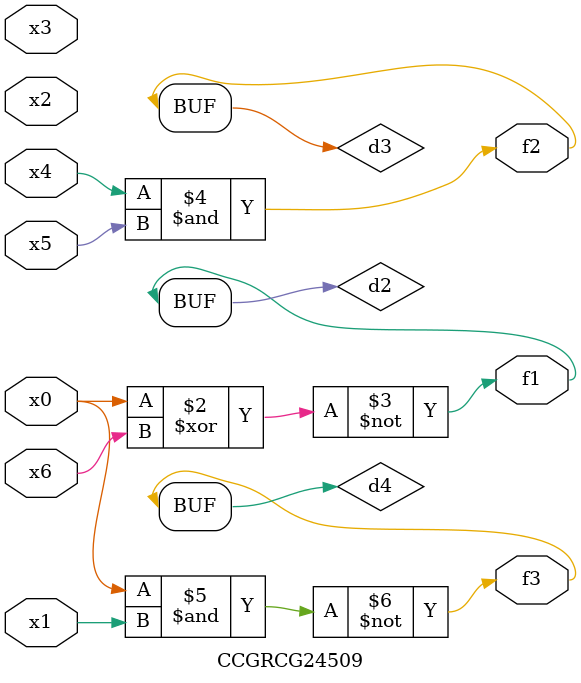
<source format=v>
module CCGRCG24509(
	input x0, x1, x2, x3, x4, x5, x6,
	output f1, f2, f3
);

	wire d1, d2, d3, d4;

	nor (d1, x0);
	xnor (d2, x0, x6);
	and (d3, x4, x5);
	nand (d4, x0, x1);
	assign f1 = d2;
	assign f2 = d3;
	assign f3 = d4;
endmodule

</source>
